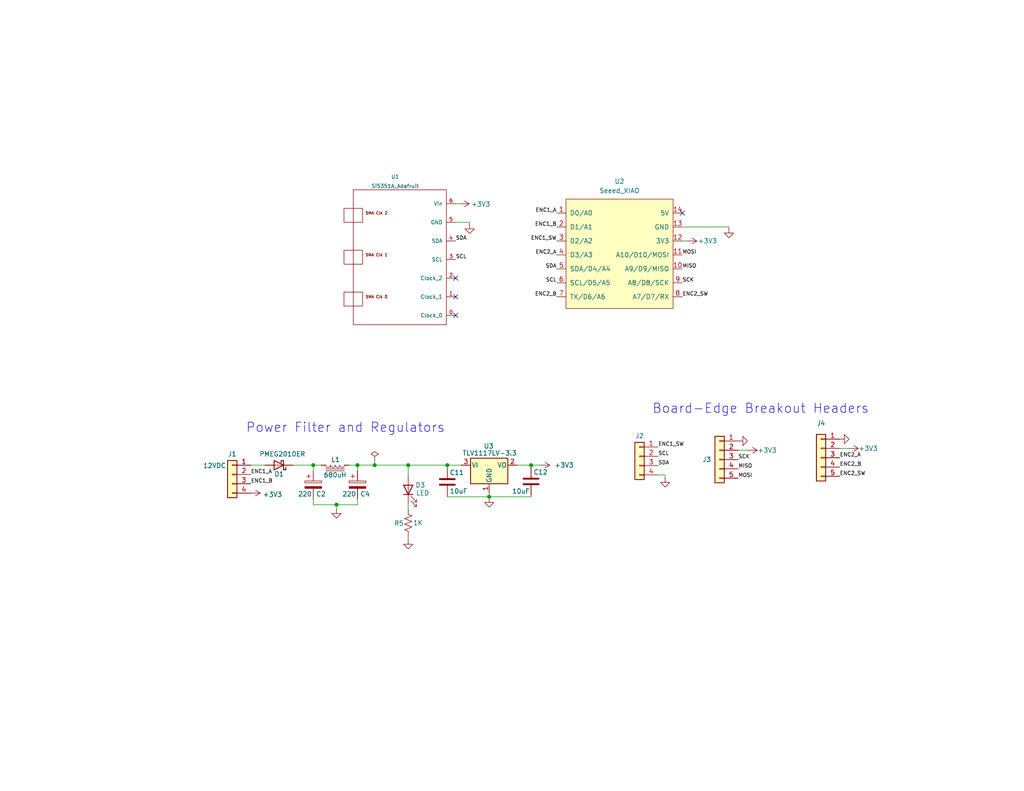
<source format=kicad_sch>
(kicad_sch (version 20211123) (generator eeschema)
  (paper "A")
  (title_block (title "Pssst Digital VFO/BFO (Xiao) Module") (date "2023-07-23") (rev "A"))
  (lib_symbols
    (symbol "Connector_Generic:Conn_01x04" (pin_names (offset 1.016) hide)
      (property "Reference" "J" (at 0 5.08 0))
      (property "Value" "Conn_01x04" (at 0 -7.62 0))
      (symbol "Conn_01x04_1_1"
        (rectangle (start -1.27 -4.953) (end 0 -5.207) (stroke (width 0.1524)))
        (rectangle (start -1.27 -2.413) (end 0 -2.667) (stroke (width 0.1524)))
        (rectangle (start -1.27 0.127) (end 0 -0.127) (stroke (width 0.1524)))
        (rectangle (start -1.27 2.667) (end 0 2.413) (stroke (width 0.1524)))
        (rectangle (start -1.27 3.81) (end 1.27 -6.35) (stroke (width 0.254)) (fill (type background)))
        (pin passive line (at -5.08 2.54 0) (length 3.81) (name "Pin_1") (number "1"))
        (pin passive line (at -5.08 0 0) (length 3.81) (name "Pin_2") (number "2"))
        (pin passive line (at -5.08 -2.54 0) (length 3.81) (name "Pin_3") (number "3"))
        (pin passive line (at -5.08 -5.08 0) (length 3.81) (name "Pin_4") (number "4"))
      )
    )
    (symbol "Connector_Generic:Conn_01x05" (pin_names (offset 1.016) hide)
      (property "Reference" "J" (at 0 7.62 0))
      (property "Value" "Conn_01x05" (at 0 -7.62 0))
      (symbol "Conn_01x05_1_1"
        (rectangle (start -1.27 -4.953) (end 0 -5.207) (stroke (width 0.1524)))
        (rectangle (start -1.27 -2.413) (end 0 -2.667) (stroke (width 0.1524)))
        (rectangle (start -1.27 0.127) (end 0 -0.127) (stroke (width 0.1524)))
        (rectangle (start -1.27 2.667) (end 0 2.413) (stroke (width 0.1524)))
        (rectangle (start -1.27 5.207) (end 0 4.953) (stroke (width 0.1524)))
        (rectangle (start -1.27 6.35) (end 1.27 -6.35) (stroke (width 0.254)) (fill (type background)))
        (pin passive line (at -5.08 5.08 0) (length 3.81) (name "Pin_1") (number "1"))
        (pin passive line (at -5.08 2.54 0) (length 3.81) (name "Pin_2") (number "2"))
        (pin passive line (at -5.08 0 0) (length 3.81) (name "Pin_3") (number "3"))
        (pin passive line (at -5.08 -2.54 0) (length 3.81) (name "Pin_4") (number "4"))
        (pin passive line (at -5.08 -5.08 0) (length 3.81) (name "Pin_5") (number "5"))
      )
    )
    (symbol "Device:C" (pin_numbers hide) (pin_names (offset 0.254))
      (property "Reference" "C" (at 0.635 2.54 0))
      (property "Value" "C" (at 0.635 -2.54 0))
      (symbol "C_0_1"
        (polyline (pts (xy -2.032 -0.762) (xy 2.032 -0.762)) (stroke (width 0.508)))
        (polyline (pts (xy -2.032 0.762) (xy 2.032 0.762)) (stroke (width 0.508)))
      )
      (symbol "C_1_1"
        (pin passive line (at 0 3.81 270) (length 2.794) (name "~") (number "1"))
        (pin passive line (at 0 -3.81 90) (length 2.794) (name "~") (number "2"))
      )
    )
    (symbol "Device:C_Polarized" (pin_numbers hide) (pin_names (offset 0.254))
      (property "Reference" "C" (at 0.635 2.54 0))
      (property "Value" "C_Polarized" (at 0.635 -2.54 0))
      (symbol "C_Polarized_0_1"
        (rectangle (start -2.286 0.508) (end 2.286 1.016))
        (polyline (pts (xy -1.778 2.286) (xy -0.762 2.286)))
        (polyline (pts (xy -1.27 2.794) (xy -1.27 1.778)))
        (rectangle (start 2.286 -0.508) (end -2.286 -1.016) (fill (type outline)))
      )
      (symbol "C_Polarized_1_1"
        (pin passive line (at 0 3.81 270) (length 2.794) (name "~") (number "1"))
        (pin passive line (at 0 -3.81 90) (length 2.794) (name "~") (number "2"))
      )
    )
    (symbol "Device:LED" (pin_numbers hide) (pin_names (offset 1.016) hide)
      (property "Reference" "D" (at 0 2.54 0))
      (property "Value" "LED" (at 0 -2.54 0))
      (symbol "LED_0_1"
        (polyline (pts (xy -1.27 -1.27) (xy -1.27 1.27)) (stroke (width 0.254)))
        (polyline (pts (xy -1.27 0) (xy 1.27 0)))
        (polyline (pts (xy 1.27 -1.27) (xy 1.27 1.27) (xy -1.27 0) (xy 1.27 -1.27)) (stroke (width 0.254)))
        (polyline (pts (xy -3.048 -0.762) (xy -4.572 -2.286) (xy -3.81 -2.286) (xy -4.572 -2.286) (xy -4.572 -1.524)))
        (polyline (pts (xy -1.778 -0.762) (xy -3.302 -2.286) (xy -2.54 -2.286) (xy -3.302 -2.286) (xy -3.302 -1.524)))
      )
      (symbol "LED_1_1"
        (pin passive line (at -3.81 0 0) (length 2.54) (name "K") (number "1"))
        (pin passive line (at 3.81 0 180) (length 2.54) (name "A") (number "2"))
      )
    )
    (symbol "K7TFC:Seeed_XIAO" (pin_names (offset 1.016))
      (property "Reference" "U" (at -3.175 10.16 0))
      (property "Value" "Seeed_XIAO" (at -3.175 7.62 0))
      (symbol "Seeed_XIAO_0_1"
        (rectangle (start -19.05 15.24) (end 10.16 -14.605) (fill (type background)))
      )
      (symbol "Seeed_XIAO_1_1"
        (pin bidirectional line (at -21.59 11.43 0) (length 2.54) (name "D0/A0") (number "1"))
        (pin bidirectional line (at 12.7 -3.81 180) (length 2.54) (name "A9/D9/MISO") (number "10"))
        (pin bidirectional line (at 12.7 0 180) (length 2.54) (name "A10/D10/MOSI") (number "11"))
        (pin power_in line (at 12.7 3.81 180) (length 2.54) (name "3V3") (number "12"))
        (pin power_in line (at 12.7 7.62 180) (length 2.54) (name "GND") (number "13"))
        (pin power_in line (at 12.7 11.43 180) (length 2.54) (name "5V") (number "14"))
        (pin bidirectional line (at -21.59 7.62 0) (length 2.54) (name "D1/A1") (number "2"))
        (pin bidirectional line (at -21.59 3.81 0) (length 2.54) (name "D2/A2") (number "3"))
        (pin bidirectional line (at -21.59 0 0) (length 2.54) (name "D3/A3") (number "4"))
        (pin bidirectional line (at -21.59 -3.81 0) (length 2.54) (name "SDA/D4/A4") (number "5"))
        (pin bidirectional line (at -21.59 -7.62 0) (length 2.54) (name "SCL/D5/A5") (number "6"))
        (pin bidirectional line (at -21.59 -11.43 0) (length 2.54) (name "TX/D6/A6") (number "7"))
        (pin bidirectional line (at 12.7 -11.43 180) (length 2.54) (name "A7/D7/RX") (number "8"))
        (pin bidirectional line (at 12.7 -7.62 180) (length 2.54) (name "A8/D8/SCK") (number "9"))
      )
    )
    (symbol "K7TFC:Si5351A_Adafruit" (pin_names (offset 1.016))
      (property "Reference" "U" (at 0 20.32 0))
      (property "Value" "Si5351A_Adafruit" (at 0 6.35 0))
      (symbol "Si5351A_Adafruit_0_0"
        (text "SMA Clk 0" (at -6.35 -11.43 0) (effects (font (size 0.762 0.762))))
        (text "SMA Clk 1" (at -6.35 0 0) (effects (font (size 0.762 0.762))))
        (text "SMA Clk 2" (at -6.35 11.43 0) (effects (font (size 0.762 0.762))))
      )
      (symbol "Si5351A_Adafruit_0_1"
        (rectangle (start -15.24 -10.16) (end -10.16 -13.97))
        (rectangle (start -15.24 1.27) (end -10.16 -2.54))
        (rectangle (start -15.24 12.7) (end -10.16 8.89))
        (rectangle (start 12.7 17.78) (end -12.7 -19.05))
      )
      (symbol "Si5351A_Adafruit_1_1"
        (pin bidirectional line (at 15.24 -16.51 180) (length 2.54) (name "Clock_0") (number "0"))
        (pin bidirectional line (at 15.24 -11.43 180) (length 2.54) (name "Clock_1") (number "1"))
        (pin bidirectional line (at 15.24 -6.35 180) (length 2.54) (name "Clock_2") (number "2"))
        (pin bidirectional line (at 15.24 -1.27 180) (length 2.54) (name "SCL") (number "3"))
        (pin bidirectional line (at 15.24 3.81 180) (length 2.54) (name "SDA") (number "4"))
        (pin bidirectional line (at 15.24 8.89 180) (length 2.54) (name "GND") (number "5"))
        (pin bidirectional line (at 15.24 13.97 180) (length 2.54) (name "Vin") (number "6"))
      )
    )
    (symbol "K7TFC_Diodes:D_Schottky" (pin_numbers hide) (pin_names (offset 1.016) hide)
      (property "Reference" "D" (at 0 2.54 0))
      (property "Value" "K7TFC_Diodes_D_Schottky" (at 0 -2.54 0))
      (symbol "D_Schottky_0_1"
        (polyline (pts (xy 1.27 0) (xy -1.27 0)))
        (polyline (pts (xy 1.27 1.27) (xy 1.27 -1.27) (xy -1.27 0) (xy 1.27 1.27)) (stroke (width 0.254)))
        (polyline (pts (xy -1.905 0.635) (xy -1.905 1.27) (xy -1.27 1.27) (xy -1.27 -1.27) (xy -0.635 -1.27) (xy -0.635 -0.635)) (stroke (width 0.254)))
      )
      (symbol "D_Schottky_1_1"
        (pin passive line (at -3.81 0 0) (length 2.54) (name "K") (number "1"))
        (pin passive line (at 3.81 0 180) (length 2.54) (name "A") (number "2"))
      )
    )
    (symbol "K7TFC_Passives:L" (pin_numbers hide) (pin_names (offset 1.016) hide)
      (property "Reference" "L" (at -1.778 0 0))
      (property "Value" "L" (at 3.048 0 0))
      (symbol "L_0_1"
        (arc (start 0 -2.54) (mid 0.635 -1.905) (end 0 -1.27))
        (arc (start 0 -1.27) (mid 0.635 -0.635) (end 0 0))
        (polyline (pts (xy 1.016 2.54) (xy 1.016 -2.54)))
        (polyline (pts (xy 1.524 2.54) (xy 1.524 -2.54)))
        (arc (start 0 0) (mid 0.635 0.635) (end 0 1.27))
        (arc (start 0 1.27) (mid 0.635 1.905) (end 0 2.54))
      )
      (symbol "L_1_1"
        (pin passive line (at 0 3.81 270) (length 1.27) (name "1") (number "1"))
        (pin passive line (at 0 -3.81 90) (length 1.27) (name "2") (number "2"))
      )
    )
    (symbol "K7TFC_Passives:R_US" (pin_numbers hide) (pin_names (offset 0))
      (property "Reference" "R" (at 2.54 0 90))
      (property "Value" "R_US" (at -2.54 0 90))
      (symbol "R_US_0_1"
        (polyline (pts (xy 0 -2.286) (xy 0 -2.54)))
        (polyline (pts (xy 0 2.286) (xy 0 2.54)))
        (polyline (pts (xy 0 -0.762) (xy 1.016 -1.143) (xy 0 -1.524) (xy -1.016 -1.905) (xy 0 -2.286)))
        (polyline (pts (xy 0 0.762) (xy 1.016 0.381) (xy 0 0) (xy -1.016 -0.381) (xy 0 -0.762)))
        (polyline (pts (xy 0 2.286) (xy 1.016 1.905) (xy 0 1.524) (xy -1.016 1.143) (xy 0 0.762)))
      )
      (symbol "R_US_1_1"
        (pin passive line (at 0 3.81 270) (length 1.27) (name "~") (number "1"))
        (pin passive line (at 0 -3.81 90) (length 1.27) (name "~") (number "2"))
      )
    )
    (symbol "Regulator_Linear:NCP1117-3.3_SOT223" (pin_names (offset 0.254))
      (property "Reference" "U" (at -3.81 3.175 0))
      (property "Value" "NCP1117-3.3_SOT223" (at 0 3.175 0))
      (symbol "NCP1117-3.3_SOT223_0_1"
        (rectangle (start -5.08 -5.08) (end 5.08 1.905) (stroke (width 0.254)) (fill (type background)))
      )
      (symbol "NCP1117-3.3_SOT223_1_1"
        (pin power_in line (at 0 -7.62 90) (length 2.54) (name "GND") (number "1"))
        (pin power_out line (at 7.62 0 180) (length 2.54) (name "VO") (number "2"))
        (pin power_in line (at -7.62 0 0) (length 2.54) (name "VI") (number "3"))
      )
    )
    (symbol "power:+3.3V" (power) (pin_names (offset 0))
      (property "Value" "+3.3V" (at 0 3.556 0))
      (symbol "+3.3V_0_1"
        (polyline (pts (xy -0.762 1.27) (xy 0 2.54)))
        (polyline (pts (xy 0 0) (xy 0 2.54)))
        (polyline (pts (xy 0 2.54) (xy 0.762 1.27)))
      )
      (symbol "+3.3V_1_1"
        (pin power_in line (at 0 0 90) (length 0) hide (name "+3V3") (number "1"))
      )
    )
    (symbol "power:+3V3" (power) (pin_names (offset 0))
      (property "Value" "+3V3" (at 0 3.556 0))
      (symbol "+3V3_0_1"
        (polyline (pts (xy -0.762 1.27) (xy 0 2.54)))
        (polyline (pts (xy 0 0) (xy 0 2.54)))
        (polyline (pts (xy 0 2.54) (xy 0.762 1.27)))
      )
      (symbol "+3V3_1_1"
        (pin power_in line (at 0 0 90) (length 0) hide (name "+3V3") (number "1"))
      )
    )
    (symbol "power:GND" (power) (pin_names (offset 0))
      (property "Value" "GND" (at 0 -3.81 0))
      (symbol "GND_0_1"
        (polyline (pts (xy 0 0) (xy 0 -1.27) (xy 1.27 -1.27) (xy 0 -2.54) (xy -1.27 -1.27) (xy 0 -1.27)))
      )
      (symbol "GND_1_1"
        (pin power_in line (at 0 0 270) (length 0) hide (name "GND") (number "1"))
      )
    )
    (symbol "power:PWR_FLAG" (power) (pin_numbers hide) (pin_names (offset 0) hide)
      (property "Value" "PWR_FLAG" (at 0 3.81 0))
      (symbol "PWR_FLAG_0_0"
        (pin power_out line (at 0 0 90) (length 0) (name "pwr") (number "1"))
      )
      (symbol "PWR_FLAG_0_1"
        (polyline (pts (xy 0 0) (xy 0 1.27) (xy -1.016 1.905) (xy 0 2.54) (xy 1.016 1.905) (xy 0 1.27)))
      )
    )
  )
  (junction (at 111.379 127))
  (junction (at 91.821 137.795))
  (junction (at 133.477 135.636))
  (junction (at 85.471 127))
  (junction (at 97.536 127))
  (junction (at 102.235 127))
  (junction (at 122.047 127))
  (junction (at 144.907 127))
  (no_connect (at 186.182 58.166))
  (no_connect (at 124.333 75.946))
  (no_connect (at 124.333 81.026))
  (no_connect (at 124.333 86.106))
  (wire (pts (xy 91.821 137.795) (xy 97.536 137.795)))
  (wire (pts (xy 141.097 127) (xy 144.907 127)))
  (wire (pts (xy 95.25 127) (xy 97.536 127)))
  (wire (pts (xy 128.143 60.706) (xy 128.143 61.214)))
  (wire (pts (xy 124.333 55.626) (xy 125.476 55.626)))
  (wire (pts (xy 144.907 135.636) (xy 144.907 135.255)))
  (wire (pts (xy 97.536 127) (xy 102.235 127)))
  (wire (pts (xy 97.536 127) (xy 97.536 128.524)))
  (wire (pts (xy 231.648 122.428) (xy 229.108 122.428)))
  (wire (pts (xy 97.536 137.795) (xy 97.536 136.144)))
  (wire (pts (xy 204.089 122.936) (xy 201.422 122.936)))
  (wire (pts (xy 133.477 135.636) (xy 144.907 135.636)))
  (wire (pts (xy 122.047 135.636) (xy 122.047 135.382)))
  (wire (pts (xy 85.471 137.795) (xy 91.821 137.795)))
  (wire (pts (xy 102.235 127) (xy 111.379 127)))
  (wire (pts (xy 111.379 127) (xy 111.379 129.921)))
  (wire (pts (xy 144.907 127) (xy 147.447 127)))
  (wire (pts (xy 85.471 136.144) (xy 85.471 137.795)))
  (wire (pts (xy 111.379 138.938) (xy 111.379 137.541)))
  (wire (pts (xy 186.182 65.786) (xy 187.579 65.786)))
  (wire (pts (xy 133.477 134.62) (xy 133.477 135.636)))
  (wire (pts (xy 181.483 129.667) (xy 181.483 130.429)))
  (wire (pts (xy 186.182 61.976) (xy 198.882 61.976)))
  (wire (pts (xy 79.883 127) (xy 85.471 127)))
  (wire (pts (xy 198.882 61.976) (xy 198.882 62.357)))
  (wire (pts (xy 124.333 60.706) (xy 128.143 60.706)))
  (wire (pts (xy 85.471 127) (xy 87.63 127)))
  (wire (pts (xy 122.047 127.762) (xy 122.047 127)))
  (wire (pts (xy 85.471 127) (xy 85.471 128.524)))
  (wire (pts (xy 72.263 127) (xy 68.453 127)))
  (wire (pts (xy 122.047 127) (xy 125.857 127)))
  (wire (pts (xy 111.379 146.558) (xy 111.379 147.32)))
  (wire (pts (xy 91.821 137.795) (xy 91.821 138.938)))
  (wire (pts (xy 111.379 127) (xy 122.047 127)))
  (wire (pts (xy 133.477 135.636) (xy 122.047 135.636)))
  (wire (pts (xy 133.477 135.636) (xy 133.477 135.89)))
  (wire (pts (xy 144.907 127.635) (xy 144.907 127)))
  (wire (pts (xy 102.235 125.857) (xy 102.235 127)))
  (wire (pts (xy 179.578 129.667) (xy 181.483 129.667)))
  (text "Board-Edge Breakout Headers" (at 177.927 113.157 0) (effects (font (size 2.54 2.54)) (justify left bottom)))
  (text "Power Filter and Regulators" (at 67.056 118.364 0) (effects (font (size 2.54 2.54)) (justify left bottom)))
  (label "ENC1_SW" (at 151.892 65.786 180) (effects (font (size 1.016 1.016))))
  (label "SCL" (at 151.892 77.216 180) (effects (font (size 1.016 1.016))))
  (label "MISO" (at 201.422 128.016 0) (effects (font (size 1.016 1.016))))
  (label "SDA" (at 179.578 127.127 0) (effects (font (size 1.016 1.016))))
  (label "SCL" (at 124.333 70.866 0) (effects (font (size 1.016 1.016))))
  (label "ENC2_B" (at 229.108 127.508 0) (effects (font (size 1.016 1.016))))
  (label "SCK" (at 186.182 77.216 0) (effects (font (size 1.016 1.016))))
  (label "ENC1_SW" (at 179.578 122.047 0) (effects (font (size 1.016 1.016))))
  (label "ENC2_A" (at 151.892 69.596 180) (effects (font (size 1.016 1.016))))
  (label "MOSI" (at 186.182 69.596 0) (effects (font (size 1.016 1.016))))
  (label "SCK" (at 201.422 125.476 0) (effects (font (size 1.016 1.016))))
  (label "MISO" (at 186.182 73.406 0) (effects (font (size 1.016 1.016))))
  (label "ENC2_SW" (at 229.108 130.048 0) (effects (font (size 1.016 1.016))))
  (label "ENC1_B" (at 68.453 132.08 0) (effects (font (size 1.016 1.016))))
  (label "MOSI" (at 201.422 130.556 0) (effects (font (size 1.016 1.016))))
  (label "SCL" (at 179.578 124.587 0) (effects (font (size 1.016 1.016))))
  (label "ENC1_B" (at 151.892 61.976 180) (effects (font (size 1.016 1.016))))
  (label "SDA" (at 151.892 73.406 180) (effects (font (size 1.016 1.016))))
  (label "ENC2_B" (at 151.892 81.026 180) (effects (font (size 1.016 1.016))))
  (label "ENC2_SW" (at 186.182 81.026 0) (effects (font (size 1.016 1.016))))
  (label "SDA" (at 124.333 65.786 0) (effects (font (size 1.016 1.016))))
  (label "ENC1_A" (at 68.453 129.54 0) (effects (font (size 1.016 1.016))))
  (label "ENC1_A" (at 151.892 58.166 180) (effects (font (size 1.016 1.016))))
  (label "ENC2_A" (at 229.108 124.968 0) (effects (font (size 1.016 1.016))))
  (symbol (lib_id "Connector_Generic:Conn_01x04") (at 63.373 129.54 0) (mirror y) (unit 1)
    (property "Reference" "J1" (at 63.373 123.952 0))
    (property "Value" "12VDC" (at 58.547 127.127 0))
    (property "Footprint" "K7TFC:PinHeader_1x04_P2.54mm_horizontal" (effects hide))
  )
  (symbol (lib_id "Device:C") (at 144.907 131.445 0) (unit 1)
    (property "Reference" "C12" (at 145.542 128.905 0) (effects (justify left)))
    (property "Value" "10uF" (at 139.7 134.112 0) (effects (justify left)))
    (property "Footprint" "Capacitor_SMD:C_0603_1608Metric" (effects hide))
  )
  (symbol (lib_id "Device:C") (at 122.047 131.572 0) (unit 1)
    (property "Reference" "C11" (at 122.682 129.032 0) (effects (justify left)))
    (property "Value" "10uF" (at 122.682 134.112 0) (effects (justify left)))
    (property "Footprint" "Capacitor_SMD:C_0603_1608Metric" (effects hide))
  )
  (symbol (lib_id "power:GND") (at 133.477 135.89 0) (mirror y) (unit 1)
    (property "Reference" "#PWR022" (effects hide))
    (property "Value" "GND" (effects hide))
  )
  (symbol (lib_id "Device:C_Polarized") (at 85.471 132.334 0) (unit 1)
    (property "Reference" "C2" (at 86.233 134.874 0) (effects (justify left)))
    (property "Value" "220" (at 81.28 134.874 0) (effects (justify left)))
    (property "Footprint" "Capacitor_SMD:CP_Elec_8x10" (effects hide))
  )
  (symbol (lib_id "K7TFC_Diodes:D_Schottky") (at 76.073 127 180) (unit 1)
    (property "Reference" "D1" (at 74.803 129.413 0) (effects (justify right)))
    (property "Value" "PMEG2010ER" (at 70.739 123.952 0) (effects (justify right)))
    (property "Footprint" "Diode_SMD:Nexperia_CFP3_SOD-123W" (effects hide))
  )
  (symbol (lib_id "power:GND") (at 181.483 130.429 0) (mirror y) (unit 1)
    (property "Reference" "#PWR0107" (effects hide))
    (property "Value" "GND" (effects hide))
  )
  (symbol (lib_id "power:+3V3") (at 187.579 65.786 270) (unit 1)
    (property "Reference" "#PWR0103" (effects hide))
    (property "Value" "+3V3" (at 190.373 65.786 90) (effects (justify left)))
  )
  (symbol (lib_id "K7TFC:Si5351A_Adafruit") (at 109.093 69.596 0) (unit 1)
    (property "Reference" "U1" (at 107.823 48.26 0) (effects (font (size 1.016 1.016))))
    (property "Value" "Si5351A_Adafruit" (at 107.823 50.8 0) (effects (font (size 1.016 1.016))))
    (property "Footprint" "K7TFC_Modules:Si5351A_Adafruit" (effects hide))
  )
  (symbol (lib_id "power:+3V3") (at 204.089 122.936 270) (mirror x) (unit 1)
    (property "Reference" "#PWR0102" (effects hide))
    (property "Value" "+3V3" (at 211.963 122.936 90) (effects (justify right)))
  )
  (symbol (lib_id "K7TFC_Passives:R_US") (at 111.379 142.748 180) (unit 1)
    (property "Reference" "R5" (at 108.839 142.875 0))
    (property "Value" "1K" (at 114.046 142.748 0))
    (property "Footprint" "Resistor_SMD:R_0805_2012Metric" (effects hide))
  )
  (symbol (lib_id "power:GND") (at 201.422 120.396 90) (mirror x) (unit 1)
    (property "Reference" "#PWR0109" (effects hide))
    (property "Value" "GND" (effects hide))
  )
  (symbol (lib_id "K7TFC_Passives:L") (at 91.44 127 270) (unit 1)
    (property "Reference" "L1" (at 91.567 125.476 90))
    (property "Value" "680uH" (at 91.44 129.667 90))
    (property "Footprint" "K7TFC_Passives:INDUCTOR_VLS6045EX-681M" (effects hide))
  )
  (symbol (lib_id "power:GND") (at 91.821 138.938 0) (mirror y) (unit 1)
    (property "Reference" "#PWR08" (effects hide))
    (property "Value" "GND" (effects hide))
  )
  (symbol (lib_id "power:+3V3") (at 125.476 55.626 270) (unit 1)
    (property "Reference" "#PWR0110" (effects hide))
    (property "Value" "+3V3" (at 128.524 55.753 90) (effects (justify left)))
  )
  (symbol (lib_id "K7TFC:Seeed_XIAO") (at 173.482 69.596 0) (unit 1)
    (property "Reference" "U2" (at 169.037 49.53 0))
    (property "Value" "Seeed_XIAO" (at 169.037 52.07 0))
    (property "Footprint" "K7TFC_Modules:XIAO-MODULE_14P-2.54-21X17.8MM" (effects hide))
  )
  (symbol (lib_id "Device:C_Polarized") (at 97.536 132.334 0) (unit 1)
    (property "Reference" "C4" (at 98.298 134.874 0) (effects (justify left)))
    (property "Value" "220" (at 93.345 134.874 0) (effects (justify left)))
    (property "Footprint" "Capacitor_SMD:CP_Elec_8x10" (effects hide))
  )
  (symbol (lib_id "power:GND") (at 198.882 62.357 0) (mirror y) (unit 1)
    (property "Reference" "#PWR0104" (effects hide))
    (property "Value" "GND" (effects hide))
  )
  (symbol (lib_id "power:GND") (at 229.108 119.888 90) (mirror x) (unit 1)
    (property "Reference" "#PWR0105" (effects hide))
    (property "Value" "GND" (effects hide))
  )
  (symbol (lib_id "Device:LED") (at 111.379 133.731 90) (unit 1)
    (property "Reference" "D3" (at 114.681 132.461 90))
    (property "Value" "LED" (at 115.316 134.62 90))
    (property "Footprint" "LED_SMD:LED_0805_2012Metric" (effects hide))
  )
  (symbol (lib_id "power:+3V3") (at 231.648 122.428 270) (mirror x) (unit 1)
    (property "Reference" "#PWR0106" (effects hide))
    (property "Value" "+3V3" (at 239.522 122.428 90) (effects (justify right)))
  )
  (symbol (lib_id "Connector_Generic:Conn_01x04") (at 174.498 124.587 0) (mirror y) (unit 1)
    (property "Reference" "J2" (at 174.498 118.999 0))
    (property "Value" "J2" (effects hide))
    (property "Footprint" "K7TFC:PinHeader_1x04_P2.54mm_horizontal" (effects hide))
  )
  (symbol (lib_id "Regulator_Linear:NCP1117-3.3_SOT223") (at 133.477 127 0) (unit 1)
    (property "Reference" "U3" (at 133.35 121.793 0))
    (property "Value" "TLV1117LV-3.3" (at 133.604 123.698 0))
    (property "Footprint" "Package_TO_SOT_SMD:SOT-223-3_TabPin2" (effects hide))
    (property "Datasheet" "http://www.onsemi.com/pub_link/Collateral/NCP1117-D.PDF" (effects hide))
  )
  (symbol (lib_id "Connector_Generic:Conn_01x05") (at 196.342 125.476 0) (mirror y) (unit 1)
    (property "Reference" "J3" (at 194.056 125.4759 0) (effects (justify left)))
    (property "Value" "Conn_01x05" (effects hide))
    (property "Footprint" "Connector_PinHeader_2.54mm:PinHeader_1x05_P2.54mm_Vertical" (effects hide))
  )
  (symbol (lib_id "power:GND") (at 128.143 61.214 0) (mirror y) (unit 1)
    (property "Reference" "#PWR0111" (effects hide))
    (property "Value" "GND" (effects hide))
  )
  (symbol (lib_id "Connector_Generic:Conn_01x05") (at 224.028 124.968 0) (mirror y) (unit 1)
    (property "Reference" "J4" (at 224.028 115.57 0))
    (property "Value" "Conn_01x05" (effects hide))
    (property "Footprint" "Connector_PinHeader_2.54mm:PinHeader_1x05_P2.54mm_Vertical" (effects hide))
  )
  (symbol (lib_id "power:+3.3V") (at 68.453 134.62 270) (unit 1)
    (property "Reference" "#PWR0112" (effects hide))
    (property "Value" "+3.3V" (at 71.7042 135.001 90) (effects (justify left)))
  )
  (symbol (lib_id "power:+3V3") (at 147.447 127 270) (unit 1)
    (property "Reference" "#PWR0108" (effects hide))
    (property "Value" "+3V3" (at 151.257 126.9999 90) (effects (justify left)))
  )
  (symbol (lib_id "power:GND") (at 111.379 147.32 0) (mirror y) (unit 1)
    (property "Reference" "#PWR017" (effects hide))
    (property "Value" "GND" (effects hide))
  )
  (symbol (lib_id "power:PWR_FLAG") (at 102.235 125.857 0) (mirror y) (unit 1)
    (property "Reference" "#FLG0101" (effects hide))
    (property "Value" "PWR_FLAG" (effects hide))
  )
)
</source>
